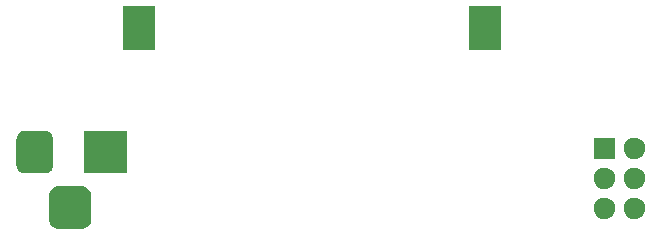
<source format=gbs>
G04 #@! TF.GenerationSoftware,KiCad,Pcbnew,5.1.6-c6e7f7d~86~ubuntu19.10.1*
G04 #@! TF.CreationDate,2020-05-26T12:51:18-04:00*
G04 #@! TF.ProjectId,emmon,656d6d6f-6e2e-46b6-9963-61645f706362,rev?*
G04 #@! TF.SameCoordinates,Original*
G04 #@! TF.FileFunction,Soldermask,Bot*
G04 #@! TF.FilePolarity,Negative*
%FSLAX46Y46*%
G04 Gerber Fmt 4.6, Leading zero omitted, Abs format (unit mm)*
G04 Created by KiCad (PCBNEW 5.1.6-c6e7f7d~86~ubuntu19.10.1) date 2020-05-26 12:51:18*
%MOMM*%
%LPD*%
G01*
G04 APERTURE LIST*
%ADD10C,0.100000*%
G04 APERTURE END LIST*
D10*
G36*
X100678866Y-113723195D02*
G01*
X100835960Y-113770849D01*
X100980731Y-113848231D01*
X101107628Y-113952372D01*
X101211769Y-114079269D01*
X101289151Y-114224040D01*
X101336805Y-114381134D01*
X101353500Y-114550640D01*
X101353500Y-116464360D01*
X101336805Y-116633866D01*
X101289151Y-116790960D01*
X101211769Y-116935731D01*
X101107628Y-117062628D01*
X100980731Y-117166769D01*
X100835960Y-117244151D01*
X100678866Y-117291805D01*
X100509360Y-117308500D01*
X98595640Y-117308500D01*
X98426134Y-117291805D01*
X98269040Y-117244151D01*
X98124269Y-117166769D01*
X97997372Y-117062628D01*
X97893231Y-116935731D01*
X97815849Y-116790960D01*
X97768195Y-116633866D01*
X97751500Y-116464360D01*
X97751500Y-114550640D01*
X97768195Y-114381134D01*
X97815849Y-114224040D01*
X97893231Y-114079269D01*
X97997372Y-113952372D01*
X98124269Y-113848231D01*
X98269040Y-113770849D01*
X98426134Y-113723195D01*
X98595640Y-113706500D01*
X100509360Y-113706500D01*
X100678866Y-113723195D01*
G37*
G36*
X147433512Y-114673927D02*
G01*
X147582812Y-114703624D01*
X147746784Y-114771544D01*
X147894354Y-114870147D01*
X148019853Y-114995646D01*
X148118456Y-115143216D01*
X148186376Y-115307188D01*
X148221000Y-115481259D01*
X148221000Y-115658741D01*
X148186376Y-115832812D01*
X148118456Y-115996784D01*
X148019853Y-116144354D01*
X147894354Y-116269853D01*
X147746784Y-116368456D01*
X147582812Y-116436376D01*
X147442123Y-116464360D01*
X147408742Y-116471000D01*
X147231258Y-116471000D01*
X147197877Y-116464360D01*
X147057188Y-116436376D01*
X146893216Y-116368456D01*
X146745646Y-116269853D01*
X146620147Y-116144354D01*
X146521544Y-115996784D01*
X146453624Y-115832812D01*
X146419000Y-115658741D01*
X146419000Y-115481259D01*
X146453624Y-115307188D01*
X146521544Y-115143216D01*
X146620147Y-114995646D01*
X146745646Y-114870147D01*
X146893216Y-114771544D01*
X147057188Y-114703624D01*
X147206488Y-114673927D01*
X147231258Y-114669000D01*
X147408742Y-114669000D01*
X147433512Y-114673927D01*
G37*
G36*
X144893512Y-114673927D02*
G01*
X145042812Y-114703624D01*
X145206784Y-114771544D01*
X145354354Y-114870147D01*
X145479853Y-114995646D01*
X145578456Y-115143216D01*
X145646376Y-115307188D01*
X145681000Y-115481259D01*
X145681000Y-115658741D01*
X145646376Y-115832812D01*
X145578456Y-115996784D01*
X145479853Y-116144354D01*
X145354354Y-116269853D01*
X145206784Y-116368456D01*
X145042812Y-116436376D01*
X144902123Y-116464360D01*
X144868742Y-116471000D01*
X144691258Y-116471000D01*
X144657877Y-116464360D01*
X144517188Y-116436376D01*
X144353216Y-116368456D01*
X144205646Y-116269853D01*
X144080147Y-116144354D01*
X143981544Y-115996784D01*
X143913624Y-115832812D01*
X143879000Y-115658741D01*
X143879000Y-115481259D01*
X143913624Y-115307188D01*
X143981544Y-115143216D01*
X144080147Y-114995646D01*
X144205646Y-114870147D01*
X144353216Y-114771544D01*
X144517188Y-114703624D01*
X144666488Y-114673927D01*
X144691258Y-114669000D01*
X144868742Y-114669000D01*
X144893512Y-114673927D01*
G37*
G36*
X144893512Y-112133927D02*
G01*
X145042812Y-112163624D01*
X145206784Y-112231544D01*
X145354354Y-112330147D01*
X145479853Y-112455646D01*
X145578456Y-112603216D01*
X145646376Y-112767188D01*
X145681000Y-112941259D01*
X145681000Y-113118741D01*
X145646376Y-113292812D01*
X145578456Y-113456784D01*
X145479853Y-113604354D01*
X145354354Y-113729853D01*
X145206784Y-113828456D01*
X145042812Y-113896376D01*
X144893512Y-113926073D01*
X144868742Y-113931000D01*
X144691258Y-113931000D01*
X144666488Y-113926073D01*
X144517188Y-113896376D01*
X144353216Y-113828456D01*
X144205646Y-113729853D01*
X144080147Y-113604354D01*
X143981544Y-113456784D01*
X143913624Y-113292812D01*
X143879000Y-113118741D01*
X143879000Y-112941259D01*
X143913624Y-112767188D01*
X143981544Y-112603216D01*
X144080147Y-112455646D01*
X144205646Y-112330147D01*
X144353216Y-112231544D01*
X144517188Y-112163624D01*
X144666488Y-112133927D01*
X144691258Y-112129000D01*
X144868742Y-112129000D01*
X144893512Y-112133927D01*
G37*
G36*
X147433512Y-112133927D02*
G01*
X147582812Y-112163624D01*
X147746784Y-112231544D01*
X147894354Y-112330147D01*
X148019853Y-112455646D01*
X148118456Y-112603216D01*
X148186376Y-112767188D01*
X148221000Y-112941259D01*
X148221000Y-113118741D01*
X148186376Y-113292812D01*
X148118456Y-113456784D01*
X148019853Y-113604354D01*
X147894354Y-113729853D01*
X147746784Y-113828456D01*
X147582812Y-113896376D01*
X147433512Y-113926073D01*
X147408742Y-113931000D01*
X147231258Y-113931000D01*
X147206488Y-113926073D01*
X147057188Y-113896376D01*
X146893216Y-113828456D01*
X146745646Y-113729853D01*
X146620147Y-113604354D01*
X146521544Y-113456784D01*
X146453624Y-113292812D01*
X146419000Y-113118741D01*
X146419000Y-112941259D01*
X146453624Y-112767188D01*
X146521544Y-112603216D01*
X146620147Y-112455646D01*
X146745646Y-112330147D01*
X146893216Y-112231544D01*
X147057188Y-112163624D01*
X147206488Y-112133927D01*
X147231258Y-112129000D01*
X147408742Y-112129000D01*
X147433512Y-112133927D01*
G37*
G36*
X97529479Y-109020793D02*
G01*
X97663125Y-109061334D01*
X97786284Y-109127164D01*
X97894240Y-109215760D01*
X97982836Y-109323716D01*
X98048666Y-109446875D01*
X98089207Y-109580521D01*
X98103500Y-109725640D01*
X98103500Y-111889360D01*
X98089207Y-112034479D01*
X98048666Y-112168125D01*
X97982836Y-112291284D01*
X97894240Y-112399240D01*
X97786284Y-112487836D01*
X97663125Y-112553666D01*
X97529479Y-112594207D01*
X97384360Y-112608500D01*
X95720640Y-112608500D01*
X95575521Y-112594207D01*
X95441875Y-112553666D01*
X95318716Y-112487836D01*
X95210760Y-112399240D01*
X95122164Y-112291284D01*
X95056334Y-112168125D01*
X95015793Y-112034479D01*
X95001500Y-111889360D01*
X95001500Y-109725640D01*
X95015793Y-109580521D01*
X95056334Y-109446875D01*
X95122164Y-109323716D01*
X95210760Y-109215760D01*
X95318716Y-109127164D01*
X95441875Y-109061334D01*
X95575521Y-109020793D01*
X95720640Y-109006500D01*
X97384360Y-109006500D01*
X97529479Y-109020793D01*
G37*
G36*
X104353500Y-112608500D02*
G01*
X100751500Y-112608500D01*
X100751500Y-109006500D01*
X104353500Y-109006500D01*
X104353500Y-112608500D01*
G37*
G36*
X147433512Y-109593927D02*
G01*
X147582812Y-109623624D01*
X147746784Y-109691544D01*
X147894354Y-109790147D01*
X148019853Y-109915646D01*
X148118456Y-110063216D01*
X148186376Y-110227188D01*
X148221000Y-110401259D01*
X148221000Y-110578741D01*
X148186376Y-110752812D01*
X148118456Y-110916784D01*
X148019853Y-111064354D01*
X147894354Y-111189853D01*
X147746784Y-111288456D01*
X147582812Y-111356376D01*
X147433512Y-111386073D01*
X147408742Y-111391000D01*
X147231258Y-111391000D01*
X147206488Y-111386073D01*
X147057188Y-111356376D01*
X146893216Y-111288456D01*
X146745646Y-111189853D01*
X146620147Y-111064354D01*
X146521544Y-110916784D01*
X146453624Y-110752812D01*
X146419000Y-110578741D01*
X146419000Y-110401259D01*
X146453624Y-110227188D01*
X146521544Y-110063216D01*
X146620147Y-109915646D01*
X146745646Y-109790147D01*
X146893216Y-109691544D01*
X147057188Y-109623624D01*
X147206488Y-109593927D01*
X147231258Y-109589000D01*
X147408742Y-109589000D01*
X147433512Y-109593927D01*
G37*
G36*
X145681000Y-111391000D02*
G01*
X143879000Y-111391000D01*
X143879000Y-109589000D01*
X145681000Y-109589000D01*
X145681000Y-111391000D01*
G37*
G36*
X106716000Y-102181000D02*
G01*
X104014000Y-102181000D01*
X104014000Y-98479000D01*
X106716000Y-98479000D01*
X106716000Y-102181000D01*
G37*
G36*
X136016000Y-102181000D02*
G01*
X133314000Y-102181000D01*
X133314000Y-98479000D01*
X136016000Y-98479000D01*
X136016000Y-102181000D01*
G37*
M02*

</source>
